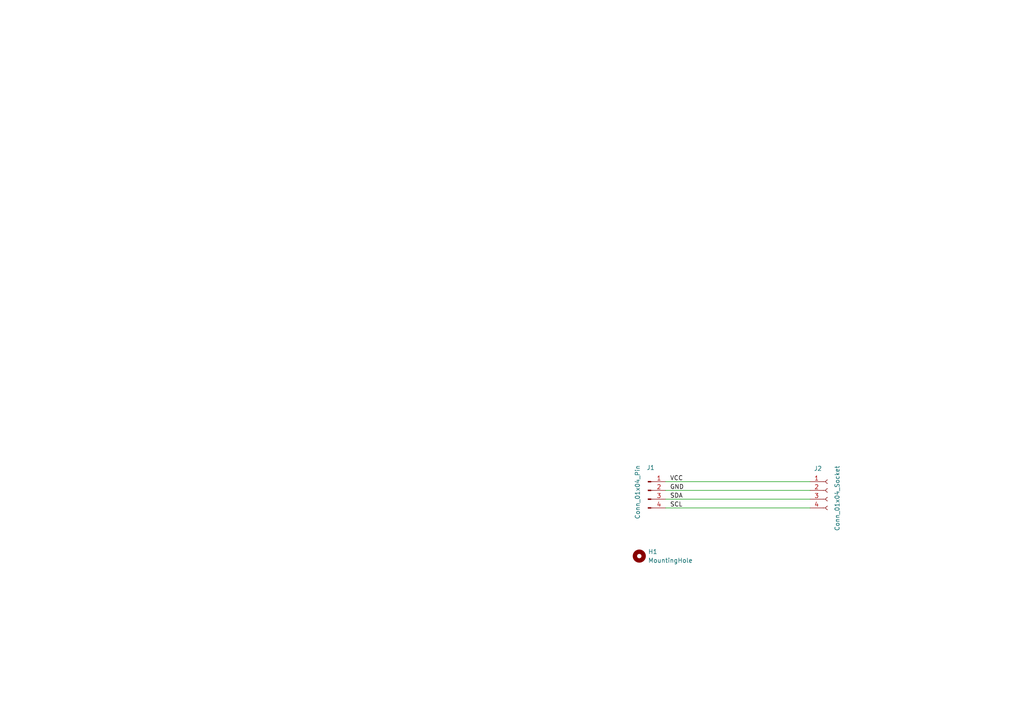
<source format=kicad_sch>
(kicad_sch (version 20231120) (generator "eeschema") (generator_version "8.0")
  (paper "A4")
  (title_block (date "2025-01-19"))
  (lib_symbols
    (symbol "Connector:Conn_01x04_Pin" (pin_names (offset 1.016) hide)
      (property "Reference" "J" (at 0 5.08 0))
      (property "Value" "Conn_01x04_Pin" (at 0 -7.62 0))
      (symbol "Conn_01x04_Pin_1_1"
        (polyline (pts (xy 1.27 -5.08) (xy 0.8636 -5.08)) (stroke (width 0.1524)))
        (polyline (pts (xy 1.27 -2.54) (xy 0.8636 -2.54)) (stroke (width 0.1524)))
        (polyline (pts (xy 1.27 0) (xy 0.8636 0)) (stroke (width 0.1524)))
        (polyline (pts (xy 1.27 2.54) (xy 0.8636 2.54)) (stroke (width 0.1524)))
        (rectangle (start 0.8636 -4.953) (end 0 -5.207) (stroke (width 0.1524)) (fill (type outline)))
        (rectangle (start 0.8636 -2.413) (end 0 -2.667) (stroke (width 0.1524)) (fill (type outline)))
        (rectangle (start 0.8636 0.127) (end 0 -0.127) (stroke (width 0.1524)) (fill (type outline)))
        (rectangle (start 0.8636 2.667) (end 0 2.413) (stroke (width 0.1524)) (fill (type outline)))
        (pin passive line (at 5.08 2.54 180) (length 3.81) (name "Pin_1") (number "1"))
        (pin passive line (at 5.08 0 180) (length 3.81) (name "Pin_2") (number "2"))
        (pin passive line (at 5.08 -2.54 180) (length 3.81) (name "Pin_3") (number "3"))
        (pin passive line (at 5.08 -5.08 180) (length 3.81) (name "Pin_4") (number "4"))
      )
    )
    (symbol "Connector:Conn_01x04_Socket" (pin_names (offset 1.016) hide)
      (property "Reference" "J" (at 0 5.08 0))
      (property "Value" "Conn_01x04_Socket" (at 0 -7.62 0))
      (symbol "Conn_01x04_Socket_1_1"
        (arc (start 0 -4.572) (mid -0.5058 -5.08) (end 0 -5.588) (stroke (width 0.1524)))
        (arc (start 0 -2.032) (mid -0.5058 -2.54) (end 0 -3.048) (stroke (width 0.1524)))
        (polyline (pts (xy -1.27 -5.08) (xy -0.508 -5.08)) (stroke (width 0.1524)))
        (polyline (pts (xy -1.27 -2.54) (xy -0.508 -2.54)) (stroke (width 0.1524)))
        (polyline (pts (xy -1.27 0) (xy -0.508 0)) (stroke (width 0.1524)))
        (polyline (pts (xy -1.27 2.54) (xy -0.508 2.54)) (stroke (width 0.1524)))
        (arc (start 0 0.508) (mid -0.5058 0) (end 0 -0.508) (stroke (width 0.1524)))
        (arc (start 0 3.048) (mid -0.5058 2.54) (end 0 2.032) (stroke (width 0.1524)))
        (pin passive line (at -5.08 2.54 0) (length 3.81) (name "Pin_1") (number "1"))
        (pin passive line (at -5.08 0 0) (length 3.81) (name "Pin_2") (number "2"))
        (pin passive line (at -5.08 -2.54 0) (length 3.81) (name "Pin_3") (number "3"))
        (pin passive line (at -5.08 -5.08 0) (length 3.81) (name "Pin_4") (number "4"))
      )
    )
    (symbol "_kh_library:MountingHole" (pin_names (offset 1.016)) (exclude_from_sim yes) (in_bom no)
      (property "Reference" "H" (at 0 5.08 0))
      (property "Value" "MountingHole" (at 0 3.175 0))
      (symbol "MountingHole_0_1"
        (circle (center 0 0) (radius 1.27) (stroke (width 1.27)))
      )
    )
  )
  (wire (pts (xy 193.04 147.32) (xy 234.95 147.32)))
  (wire (pts (xy 193.04 139.7) (xy 234.95 139.7)))
  (wire (pts (xy 193.04 142.24) (xy 234.95 142.24)))
  (wire (pts (xy 193.04 144.78) (xy 234.95 144.78)))
  (label "VCC" (at 194.31 139.7 0))
  (label "SDA" (at 194.31 144.78 0))
  (label "GND" (at 194.31 142.24 0))
  (label "SCL" (at 194.31 147.32 0))
  (symbol (lib_id "_kh_library:MountingHole") (at 185.42 161.29 0) (unit 1) (exclude_from_sim yes) (in_bom no)
    (property "Reference" "H1" (at 187.96 160.0199 0) (effects (justify left)))
    (property "Value" "MountingHole" (at 187.96 162.5599 0) (effects (justify left)))
    (property "Footprint" "_kh_library:MountingHole_2.2mm_M2_Pad_TopBottom_kh" (effects (hide yes)))
    (property "Description" "Mounting Hole without connection" (effects (hide yes)))
  )
  (symbol (lib_id "Connector:Conn_01x04_Socket") (at 240.03 142.24 0) (unit 1)
    (property "Reference" "J2" (at 237.236 135.89 0))
    (property "Value" "Conn_01x04_Socket" (at 242.824 144.526 90))
    (property "Footprint" "_kh_library:PinSocket_1x04_P2.54mm_Vertical_kh" (effects (hide yes)))
    (property "Description" "Generic connector, single row, 01x04, script generated" (effects (hide yes)))
  )
  (symbol (lib_id "Connector:Conn_01x04_Pin") (at 187.96 142.24 0) (unit 1)
    (property "Reference" "J1" (at 188.722 135.636 0))
    (property "Value" "Conn_01x04_Pin" (at 184.912 142.748 90))
    (property "Footprint" "_kh_library:PinSocket_1x04_P2.54mm_Vertical_kh" (effects (hide yes)))
    (property "Description" "Generic connector, single row, 01x04, script generated" (effects (hide yes)))
  )
)
</source>
